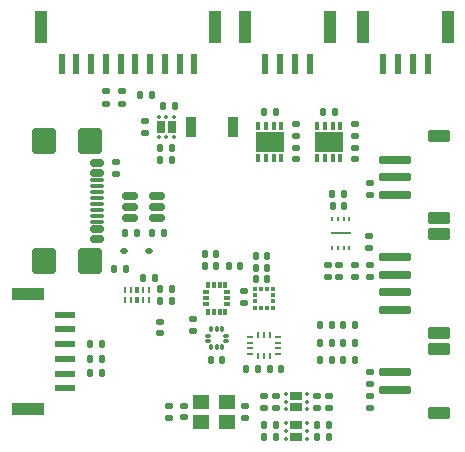
<source format=gbr>
%TF.GenerationSoftware,KiCad,Pcbnew,9.0.1*%
%TF.CreationDate,2025-04-15T01:41:33+09:00*%
%TF.ProjectId,STM32-FC_v2,53544d33-322d-4464-935f-76322e6b6963,rev?*%
%TF.SameCoordinates,Original*%
%TF.FileFunction,Paste,Top*%
%TF.FilePolarity,Positive*%
%FSLAX46Y46*%
G04 Gerber Fmt 4.6, Leading zero omitted, Abs format (unit mm)*
G04 Created by KiCad (PCBNEW 9.0.1) date 2025-04-15 01:41:33*
%MOMM*%
%LPD*%
G01*
G04 APERTURE LIST*
G04 Aperture macros list*
%AMRoundRect*
0 Rectangle with rounded corners*
0 $1 Rounding radius*
0 $2 $3 $4 $5 $6 $7 $8 $9 X,Y pos of 4 corners*
0 Add a 4 corners polygon primitive as box body*
4,1,4,$2,$3,$4,$5,$6,$7,$8,$9,$2,$3,0*
0 Add four circle primitives for the rounded corners*
1,1,$1+$1,$2,$3*
1,1,$1+$1,$4,$5*
1,1,$1+$1,$6,$7*
1,1,$1+$1,$8,$9*
0 Add four rect primitives between the rounded corners*
20,1,$1+$1,$2,$3,$4,$5,0*
20,1,$1+$1,$4,$5,$6,$7,0*
20,1,$1+$1,$6,$7,$8,$9,0*
20,1,$1+$1,$8,$9,$2,$3,0*%
G04 Aperture macros list end*
%ADD10RoundRect,0.135000X0.135000X0.185000X-0.135000X0.185000X-0.135000X-0.185000X0.135000X-0.185000X0*%
%ADD11RoundRect,0.135000X-0.185000X0.135000X-0.185000X-0.135000X0.185000X-0.135000X0.185000X0.135000X0*%
%ADD12RoundRect,0.087500X0.125000X0.087500X-0.125000X0.087500X-0.125000X-0.087500X0.125000X-0.087500X0*%
%ADD13RoundRect,0.087500X0.087500X0.125000X-0.087500X0.125000X-0.087500X-0.125000X0.087500X-0.125000X0*%
%ADD14RoundRect,0.135000X-0.135000X-0.185000X0.135000X-0.185000X0.135000X0.185000X-0.135000X0.185000X0*%
%ADD15RoundRect,0.135000X0.185000X-0.135000X0.185000X0.135000X-0.185000X0.135000X-0.185000X-0.135000X0*%
%ADD16R,0.300000X0.600000*%
%ADD17R,0.600000X0.300000*%
%ADD18RoundRect,0.147500X0.147500X0.172500X-0.147500X0.172500X-0.147500X-0.172500X0.147500X-0.172500X0*%
%ADD19RoundRect,0.030000X-0.070000X0.252500X-0.070000X-0.252500X0.070000X-0.252500X0.070000X0.252500X0*%
%ADD20RoundRect,0.060000X-0.140000X0.222500X-0.140000X-0.222500X0.140000X-0.222500X0.140000X0.222500X0*%
%ADD21R,2.800000X1.000000*%
%ADD22R,1.800000X0.600000*%
%ADD23R,0.304800X0.660400*%
%ADD24R,2.489200X1.701800*%
%ADD25RoundRect,0.140000X0.140000X0.170000X-0.140000X0.170000X-0.140000X-0.170000X0.140000X-0.170000X0*%
%ADD26RoundRect,0.140000X0.170000X-0.140000X0.170000X0.140000X-0.170000X0.140000X-0.170000X-0.140000X0*%
%ADD27RoundRect,0.140000X-0.140000X-0.170000X0.140000X-0.170000X0.140000X0.170000X-0.140000X0.170000X0*%
%ADD28R,0.254000X0.304800*%
%ADD29R,1.651000X0.254000*%
%ADD30RoundRect,0.140000X-0.170000X0.140000X-0.170000X-0.140000X0.170000X-0.140000X0.170000X0.140000X0*%
%ADD31RoundRect,0.150000X-0.512500X-0.150000X0.512500X-0.150000X0.512500X0.150000X-0.512500X0.150000X0*%
%ADD32RoundRect,0.075000X0.075000X0.100000X-0.075000X0.100000X-0.075000X-0.100000X0.075000X-0.100000X0*%
%ADD33RoundRect,0.180000X0.345000X0.180000X-0.345000X0.180000X-0.345000X-0.180000X0.345000X-0.180000X0*%
%ADD34RoundRect,0.175000X1.175000X-0.175000X1.175000X0.175000X-1.175000X0.175000X-1.175000X-0.175000X0*%
%ADD35RoundRect,0.250000X0.700000X-0.300000X0.700000X0.300000X-0.700000X0.300000X-0.700000X-0.300000X0*%
%ADD36R,1.000000X2.800000*%
%ADD37R,0.600000X1.800000*%
%ADD38RoundRect,0.075000X-0.100000X0.075000X-0.100000X-0.075000X0.100000X-0.075000X0.100000X0.075000X0*%
%ADD39RoundRect,0.180000X-0.180000X0.345000X-0.180000X-0.345000X0.180000X-0.345000X0.180000X0.345000X0*%
%ADD40R,0.400000X0.400000*%
%ADD41R,0.475000X0.250000*%
%ADD42R,0.250000X0.475000*%
%ADD43RoundRect,0.112500X0.187500X0.112500X-0.187500X0.112500X-0.187500X-0.112500X0.187500X-0.112500X0*%
%ADD44R,0.900000X1.800000*%
%ADD45R,1.400000X1.200000*%
%ADD46RoundRect,0.150000X-0.425000X0.150000X-0.425000X-0.150000X0.425000X-0.150000X0.425000X0.150000X0*%
%ADD47RoundRect,0.075000X-0.500000X0.075000X-0.500000X-0.075000X0.500000X-0.075000X0.500000X0.075000X0*%
%ADD48RoundRect,0.250000X-0.750000X0.840000X-0.750000X-0.840000X0.750000X-0.840000X0.750000X0.840000X0*%
G04 APERTURE END LIST*
D10*
%TO.C,R43*%
X127310000Y-97900000D03*
X126290000Y-97900000D03*
%TD*%
D11*
%TO.C,R9*%
X145500000Y-102240000D03*
X145500000Y-103260000D03*
%TD*%
D12*
%TO.C,U10*%
X137762500Y-97650000D03*
X137762500Y-97150000D03*
D13*
X137500000Y-96637500D03*
X137000000Y-96637500D03*
X136500000Y-96637500D03*
D12*
X136237500Y-97150000D03*
X136237500Y-97650000D03*
D13*
X136500000Y-98162500D03*
X137000000Y-98162500D03*
X137500000Y-98162500D03*
%TD*%
D10*
%TO.C,R15*%
X146510000Y-105750000D03*
X145490000Y-105750000D03*
%TD*%
%TO.C,R42*%
X127310000Y-99150000D03*
X126290000Y-99150000D03*
%TD*%
D14*
%TO.C,R41*%
X130490000Y-76800000D03*
X131510000Y-76800000D03*
%TD*%
%TO.C,R27*%
X146790000Y-85200000D03*
X147810000Y-85200000D03*
%TD*%
D15*
%TO.C,R23*%
X148700000Y-92210000D03*
X148700000Y-91190000D03*
%TD*%
D14*
%TO.C,R37*%
X130740000Y-92250000D03*
X131760000Y-92250000D03*
%TD*%
D16*
%TO.C,U8*%
X136250000Y-95150000D03*
X136750000Y-95150000D03*
X137250000Y-95150000D03*
X137750000Y-95150000D03*
D17*
X137900000Y-94500000D03*
X137900000Y-94000000D03*
X137900000Y-93500000D03*
D16*
X137750000Y-92850000D03*
X137250000Y-92850000D03*
X136750000Y-92850000D03*
X136250000Y-92850000D03*
D17*
X136100000Y-93500000D03*
X136100000Y-94000000D03*
X136100000Y-94500000D03*
%TD*%
D18*
%TO.C,D3*%
X146735000Y-97750000D03*
X145765000Y-97750000D03*
%TD*%
D19*
%TO.C,U11*%
X131250000Y-93332500D03*
X130750000Y-93332500D03*
D20*
X130250000Y-93332500D03*
D19*
X129750000Y-93332500D03*
X129250000Y-93332500D03*
X129250000Y-94167500D03*
X129750000Y-94167500D03*
D20*
X130250000Y-94167500D03*
D19*
X130750000Y-94167500D03*
X131250000Y-94167500D03*
%TD*%
D10*
%TO.C,R17*%
X142010000Y-105750000D03*
X140990000Y-105750000D03*
%TD*%
D21*
%TO.C,J10*%
X121000000Y-93650000D03*
X121000000Y-103350000D03*
D22*
X124200000Y-95375000D03*
X124200000Y-96625000D03*
X124200000Y-97875000D03*
X124200000Y-99125000D03*
X124200000Y-100375000D03*
X124200000Y-101625000D03*
%TD*%
D23*
%TO.C,U12*%
X140509400Y-82121600D03*
X141169800Y-82121600D03*
X141830200Y-82121600D03*
X142490600Y-82121600D03*
X142490600Y-79378400D03*
X141830200Y-79378400D03*
X141169800Y-79378400D03*
X140509400Y-79378400D03*
D24*
X141500000Y-80750000D03*
%TD*%
D18*
%TO.C,D4*%
X146735000Y-99250000D03*
X145765000Y-99250000D03*
%TD*%
D15*
%TO.C,R25*%
X146400000Y-92210000D03*
X146400000Y-91190000D03*
%TD*%
%TO.C,R12*%
X141000000Y-103260000D03*
X141000000Y-102240000D03*
%TD*%
%TO.C,R13*%
X128500000Y-83460000D03*
X128500000Y-82440000D03*
%TD*%
D25*
%TO.C,C20*%
X147780000Y-86200000D03*
X146820000Y-86200000D03*
%TD*%
D26*
%TO.C,C1*%
X139400000Y-104100000D03*
X139400000Y-103140000D03*
%TD*%
D27*
%TO.C,C29*%
X140320000Y-91400000D03*
X141280000Y-91400000D03*
%TD*%
D14*
%TO.C,R18*%
X145490000Y-104750000D03*
X146510000Y-104750000D03*
%TD*%
%TO.C,R5*%
X132490000Y-77750000D03*
X133510000Y-77750000D03*
%TD*%
D15*
%TO.C,R3*%
X133000000Y-104110000D03*
X133000000Y-103090000D03*
%TD*%
%TO.C,R29*%
X150000000Y-103260000D03*
X150000000Y-102240000D03*
%TD*%
%TO.C,R30*%
X150000000Y-101260000D03*
X150000000Y-100240000D03*
%TD*%
D28*
%TO.C,U6*%
X148250189Y-87255400D03*
X147750063Y-87255400D03*
X147249937Y-87255400D03*
X146749811Y-87255400D03*
X146749811Y-89744600D03*
X147249937Y-89744600D03*
X147750063Y-89744600D03*
X148250189Y-89744600D03*
D29*
X147500000Y-88500000D03*
%TD*%
D14*
%TO.C,R7*%
X147740000Y-97750000D03*
X148760000Y-97750000D03*
%TD*%
%TO.C,R14*%
X129240000Y-88500000D03*
X130260000Y-88500000D03*
%TD*%
D15*
%TO.C,R24*%
X147400000Y-92210000D03*
X147400000Y-91190000D03*
%TD*%
D30*
%TO.C,C34*%
X148750000Y-81270000D03*
X148750000Y-82230000D03*
%TD*%
%TO.C,C5*%
X132200000Y-96020000D03*
X132200000Y-96980000D03*
%TD*%
D15*
%TO.C,R11*%
X146500000Y-103260000D03*
X146500000Y-102240000D03*
%TD*%
D31*
%TO.C,U2*%
X129662500Y-85325000D03*
X129662500Y-86275000D03*
X129662500Y-87225000D03*
X131937500Y-87225000D03*
X131937500Y-86275000D03*
X131937500Y-85325000D03*
%TD*%
D26*
%TO.C,C33*%
X143750000Y-80230000D03*
X143750000Y-79270000D03*
%TD*%
%TO.C,C31*%
X139300000Y-94380000D03*
X139300000Y-93420000D03*
%TD*%
D14*
%TO.C,R33*%
X132240000Y-82300000D03*
X133260000Y-82300000D03*
%TD*%
D15*
%TO.C,R26*%
X149900000Y-89710000D03*
X149900000Y-88690000D03*
%TD*%
%TO.C,R38*%
X127600000Y-77510000D03*
X127600000Y-76490000D03*
%TD*%
D27*
%TO.C,C27*%
X136520000Y-99200000D03*
X137480000Y-99200000D03*
%TD*%
D11*
%TO.C,R28*%
X135000000Y-95740000D03*
X135000000Y-96760000D03*
%TD*%
D32*
%TO.C,Q3*%
X144625000Y-105900000D03*
X144625000Y-105250000D03*
X144625000Y-104600000D03*
X142875000Y-104600000D03*
X142875000Y-105250000D03*
X142875000Y-105900000D03*
D33*
X143750000Y-105740000D03*
X143750000Y-104760000D03*
%TD*%
D34*
%TO.C,J5*%
X152100000Y-101750000D03*
X152100000Y-100250000D03*
D35*
X155800000Y-103700000D03*
X155800000Y-98300000D03*
%TD*%
D18*
%TO.C,D2*%
X146735000Y-96250000D03*
X145765000Y-96250000D03*
%TD*%
D36*
%TO.C,J9*%
X136850000Y-71000000D03*
X122150000Y-71000000D03*
D37*
X135125000Y-74200000D03*
X133875000Y-74200000D03*
X132625000Y-74200000D03*
X131375000Y-74200000D03*
X130125000Y-74200000D03*
X128875000Y-74200000D03*
X127625000Y-74200000D03*
X126375000Y-74200000D03*
X125125000Y-74200000D03*
X123875000Y-74200000D03*
%TD*%
D27*
%TO.C,C30*%
X140320000Y-90400000D03*
X141280000Y-90400000D03*
%TD*%
D15*
%TO.C,R39*%
X129000000Y-77510000D03*
X129000000Y-76490000D03*
%TD*%
D14*
%TO.C,R6*%
X147740000Y-96250000D03*
X148760000Y-96250000D03*
%TD*%
D30*
%TO.C,C35*%
X143750000Y-81270000D03*
X143750000Y-82230000D03*
%TD*%
D23*
%TO.C,U13*%
X145509400Y-82121600D03*
X146169800Y-82121600D03*
X146830200Y-82121600D03*
X147490600Y-82121600D03*
X147490600Y-79378400D03*
X146830200Y-79378400D03*
X146169800Y-79378400D03*
X145509400Y-79378400D03*
D24*
X146500000Y-80750000D03*
%TD*%
D38*
%TO.C,Q1*%
X133400000Y-78625000D03*
X132750000Y-78625000D03*
X132100000Y-78625000D03*
X132100000Y-80375000D03*
X132750000Y-80375000D03*
X133400000Y-80375000D03*
D39*
X133240000Y-79500000D03*
X132260000Y-79500000D03*
%TD*%
D25*
%TO.C,C25*%
X136980000Y-90250000D03*
X136020000Y-90250000D03*
%TD*%
D27*
%TO.C,C28*%
X140320000Y-92400000D03*
X141280000Y-92400000D03*
%TD*%
D14*
%TO.C,R48*%
X140990000Y-78250000D03*
X142010000Y-78250000D03*
%TD*%
D27*
%TO.C,C22*%
X139520000Y-100000000D03*
X140480000Y-100000000D03*
%TD*%
D15*
%TO.C,R36*%
X150000000Y-85260000D03*
X150000000Y-84240000D03*
%TD*%
D34*
%TO.C,J7*%
X152100000Y-95000000D03*
X152100000Y-93500000D03*
X152100000Y-92000000D03*
X152100000Y-90500000D03*
D35*
X155800000Y-96950000D03*
X155800000Y-88550000D03*
%TD*%
D40*
%TO.C,U9*%
X140250000Y-94800000D03*
X140750000Y-94800000D03*
X141250000Y-94800000D03*
X141750000Y-94800000D03*
X141750000Y-94250000D03*
X141750000Y-93750000D03*
X141750000Y-93200000D03*
X141250000Y-93200000D03*
X140750000Y-93200000D03*
X140250000Y-93200000D03*
X140250000Y-93750000D03*
X140250000Y-94250000D03*
%TD*%
D26*
%TO.C,C4*%
X134200000Y-104080000D03*
X134200000Y-103120000D03*
%TD*%
D32*
%TO.C,Q2*%
X144625000Y-103400000D03*
X144625000Y-102750000D03*
X144625000Y-102100000D03*
X142875000Y-102100000D03*
X142875000Y-102750000D03*
X142875000Y-103400000D03*
D33*
X143750000Y-103240000D03*
X143750000Y-102260000D03*
%TD*%
D10*
%TO.C,R34*%
X133250000Y-81250000D03*
X132230000Y-81250000D03*
%TD*%
D41*
%TO.C,U7*%
X139837000Y-97250000D03*
X139837000Y-97750000D03*
X139837000Y-98250000D03*
X139837000Y-98750000D03*
D42*
X140500000Y-98913000D03*
X141000000Y-98913000D03*
X141500000Y-98913000D03*
D41*
X142163000Y-98750000D03*
X142163000Y-98250000D03*
X142163000Y-97750000D03*
X142163000Y-97250000D03*
D42*
X141500000Y-97087000D03*
X141000000Y-97087000D03*
X140500000Y-97087000D03*
%TD*%
D43*
%TO.C,D5*%
X131300000Y-90000000D03*
X129200000Y-90000000D03*
%TD*%
D14*
%TO.C,R8*%
X147740000Y-99250000D03*
X148760000Y-99250000D03*
%TD*%
D26*
%TO.C,C21*%
X150000000Y-92180000D03*
X150000000Y-91220000D03*
%TD*%
%TO.C,C32*%
X148750000Y-80230000D03*
X148750000Y-79270000D03*
%TD*%
D27*
%TO.C,C24*%
X141520000Y-100000000D03*
X142480000Y-100000000D03*
%TD*%
D10*
%TO.C,R19*%
X132510000Y-88500000D03*
X131490000Y-88500000D03*
%TD*%
D44*
%TO.C,BZ1*%
X138370000Y-79500000D03*
X134870000Y-79500000D03*
%TD*%
D14*
%TO.C,R31*%
X132240000Y-93250000D03*
X133260000Y-93250000D03*
%TD*%
D36*
%TO.C,J15*%
X156600000Y-71000000D03*
X149400000Y-71000000D03*
D37*
X154875000Y-74200000D03*
X153625000Y-74200000D03*
X152375000Y-74200000D03*
X151125000Y-74200000D03*
%TD*%
D14*
%TO.C,R49*%
X145990000Y-78250000D03*
X147010000Y-78250000D03*
%TD*%
D34*
%TO.C,J8*%
X152100000Y-85250000D03*
X152100000Y-83750000D03*
X152100000Y-82250000D03*
D35*
X155800000Y-87200000D03*
X155800000Y-80300000D03*
%TD*%
D45*
%TO.C,Y1*%
X137900000Y-102750000D03*
X135700000Y-102750000D03*
X135700000Y-104450000D03*
X137900000Y-104450000D03*
%TD*%
D27*
%TO.C,C26*%
X138020000Y-91250000D03*
X138980000Y-91250000D03*
%TD*%
D10*
%TO.C,R40*%
X127310000Y-100300000D03*
X126290000Y-100300000D03*
%TD*%
D46*
%TO.C,J2*%
X126885000Y-82550000D03*
X126885000Y-83350000D03*
D47*
X126885000Y-84500000D03*
X126885000Y-85500000D03*
X126885000Y-86000000D03*
X126885000Y-87000000D03*
D46*
X126885000Y-88150000D03*
X126885000Y-88950000D03*
X126885000Y-88950000D03*
X126885000Y-88150000D03*
D47*
X126885000Y-87500000D03*
X126885000Y-86500000D03*
X126885000Y-85000000D03*
X126885000Y-84000000D03*
D46*
X126885000Y-83350000D03*
X126885000Y-82550000D03*
D48*
X126310000Y-80640000D03*
X122380000Y-80640000D03*
X126310000Y-90860000D03*
X122380000Y-90860000D03*
%TD*%
D36*
%TO.C,J14*%
X146600000Y-71000000D03*
X139400000Y-71000000D03*
D37*
X144875000Y-74200000D03*
X143625000Y-74200000D03*
X142375000Y-74200000D03*
X141125000Y-74200000D03*
%TD*%
D14*
%TO.C,R32*%
X132240000Y-94250000D03*
X133260000Y-94250000D03*
%TD*%
D25*
%TO.C,C23*%
X136980000Y-91250000D03*
X136020000Y-91250000D03*
%TD*%
D11*
%TO.C,R10*%
X142000000Y-102240000D03*
X142000000Y-103260000D03*
%TD*%
D15*
%TO.C,R35*%
X130900000Y-80010000D03*
X130900000Y-78990000D03*
%TD*%
D10*
%TO.C,R1*%
X129310000Y-91500000D03*
X128290000Y-91500000D03*
%TD*%
D14*
%TO.C,R16*%
X140990000Y-104750000D03*
X142010000Y-104750000D03*
%TD*%
M02*

</source>
